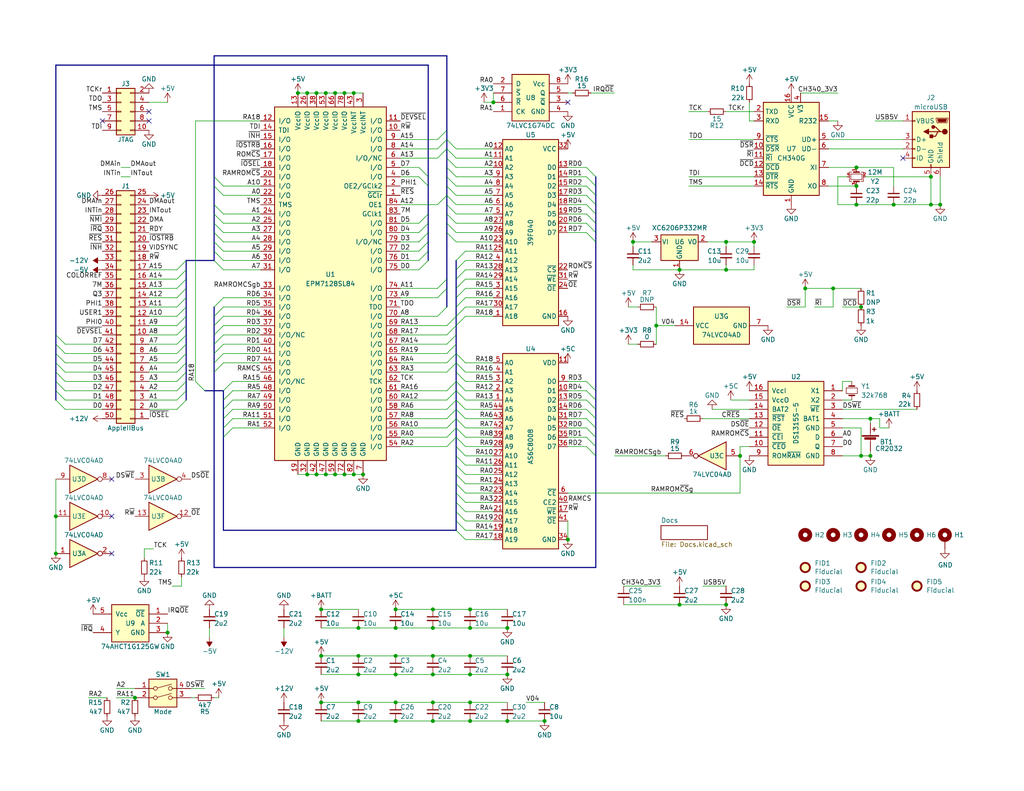
<source format=kicad_sch>
(kicad_sch (version 20230121) (generator eeschema)
  (paper "USLetter")
  (title_block (title "Time Machine") (date "2019-10-13") (rev "0.9") (company "Garrett's Workshop"))
  (junction (at 233.68 55.88))
  (junction (at 254 48.26))
  (junction (at 185.42 73.66))
  (junction (at 107.95 184.15))
  (junction (at 233.68 45.72))
  (junction (at 198.12 66.04))
  (junction (at 83.82 25.4))
  (junction (at 128.27 184.15))
  (junction (at 179.07 88.9))
  (junction (at 97.79 191.77))
  (junction (at 234.95 83.82))
  (junction (at 205.74 66.04))
  (junction (at 138.43 196.85))
  (junction (at 86.36 129.54))
  (junction (at 256.54 55.88))
  (junction (at 87.63 191.77))
  (junction (at 91.44 25.4))
  (junction (at 237.49 124.46))
  (junction (at 185.42 165.1))
  (junction (at 134.62 27.94))
  (junction (at 237.49 114.3))
  (junction (at 233.68 50.8))
  (junction (at 118.11 179.07))
  (junction (at 83.82 129.54))
  (junction (at 128.27 171.45))
  (junction (at 81.28 25.4))
  (junction (at 138.43 171.45))
  (junction (at 198.12 165.1))
  (junction (at 93.98 25.4))
  (junction (at 128.27 179.07))
  (junction (at 15.24 140.97))
  (junction (at 201.93 124.46))
  (junction (at 107.95 166.37))
  (junction (at 107.95 171.45))
  (junction (at 118.11 166.37))
  (junction (at 87.63 179.07))
  (junction (at 128.27 196.85))
  (junction (at 88.9 129.54))
  (junction (at 36.83 190.5))
  (junction (at 91.44 129.54))
  (junction (at 88.9 25.4))
  (junction (at 97.79 196.85))
  (junction (at 234.95 124.46))
  (junction (at 107.95 191.77))
  (junction (at 45.72 172.72))
  (junction (at 154.94 147.32))
  (junction (at 97.79 171.45))
  (junction (at 99.06 129.54))
  (junction (at 93.98 129.54))
  (junction (at 243.84 55.88))
  (junction (at 219.71 78.74))
  (junction (at 198.12 73.66))
  (junction (at 227.33 78.74))
  (junction (at 96.52 25.4))
  (junction (at 118.11 184.15))
  (junction (at 96.52 129.54))
  (junction (at 118.11 191.77))
  (junction (at 128.27 166.37))
  (junction (at 128.27 191.77))
  (junction (at 15.24 151.13))
  (junction (at 97.79 184.15))
  (junction (at 138.43 184.15))
  (junction (at 118.11 171.45))
  (junction (at 254 55.88))
  (junction (at 107.95 179.07))
  (junction (at 87.63 166.37))
  (junction (at 172.72 66.04))
  (junction (at 107.95 196.85))
  (junction (at 97.79 179.07))
  (junction (at 118.11 196.85))
  (junction (at 148.59 196.85))
  (junction (at 86.36 25.4))
  (no_connect (at 246.38 43.18))
  (no_connect (at 30.48 130.81))
  (no_connect (at 40.64 30.48))
  (no_connect (at 30.48 140.97))
  (no_connect (at 27.94 33.02))
  (no_connect (at 30.48 151.13))
  (no_connect (at 40.64 33.02))
  (no_connect (at 154.94 27.94))
  (bus_entry (at 60.96 86.36) (size -2.54 2.54))
  (bus_entry (at 48.26 78.74) (size 2.54 -2.54))
  (bus_entry (at 116.84 71.12) (size -2.54 2.54))
  (bus_entry (at 48.26 104.14) (size 2.54 -2.54))
  (bus_entry (at 124.46 96.52) (size 2.54 2.54))
  (bus_entry (at 116.84 60.96) (size -2.54 2.54))
  (bus_entry (at 48.26 111.76) (size 2.54 -2.54))
  (bus_entry (at 58.42 68.58) (size 2.54 2.54))
  (bus_entry (at 58.42 71.12) (size 2.54 2.54))
  (bus_entry (at 124.46 86.36) (size -2.54 2.54))
  (bus_entry (at 162.56 121.92) (size -2.54 -2.54))
  (bus_entry (at 124.46 81.28) (size 2.54 -2.54))
  (bus_entry (at 55.88 106.68) (size -2.54 -2.54))
  (bus_entry (at 162.56 119.38) (size -2.54 -2.54))
  (bus_entry (at 124.46 109.22) (size -2.54 2.54))
  (bus_entry (at 60.96 96.52) (size -2.54 2.54))
  (bus_entry (at 17.78 111.76) (size -2.54 -2.54))
  (bus_entry (at 60.96 119.38) (size 2.54 -2.54))
  (bus_entry (at 121.92 50.8) (size 2.54 2.54))
  (bus_entry (at 124.46 78.74) (size 2.54 -2.54))
  (bus_entry (at 124.46 111.76) (size 2.54 2.54))
  (bus_entry (at 162.56 109.22) (size -2.54 -2.54))
  (bus_entry (at 121.92 78.74) (size -2.54 2.54))
  (bus_entry (at 124.46 83.82) (size 2.54 -2.54))
  (bus_entry (at 121.92 53.34) (size -2.54 2.54))
  (bus_entry (at 162.56 66.04) (size -2.54 -2.54))
  (bus_entry (at 58.42 58.42) (size 2.54 2.54))
  (bus_entry (at 60.96 111.76) (size 2.54 -2.54))
  (bus_entry (at 121.92 58.42) (size 2.54 2.54))
  (bus_entry (at 48.26 76.2) (size 2.54 -2.54))
  (bus_entry (at 124.46 111.76) (size -2.54 2.54))
  (bus_entry (at 124.46 139.7) (size 2.54 2.54))
  (bus_entry (at 60.96 106.68) (size 2.54 -2.54))
  (bus_entry (at 121.92 76.2) (size -2.54 2.54))
  (bus_entry (at 48.26 109.22) (size 2.54 -2.54))
  (bus_entry (at 162.56 48.26) (size -2.54 -2.54))
  (bus_entry (at 60.96 109.22) (size 2.54 -2.54))
  (bus_entry (at 124.46 101.6) (size 2.54 2.54))
  (bus_entry (at 58.42 66.04) (size 2.54 2.54))
  (bus_entry (at 48.26 93.98) (size 2.54 -2.54))
  (bus_entry (at 124.46 88.9) (size 2.54 -2.54))
  (bus_entry (at 121.92 38.1) (size 2.54 2.54))
  (bus_entry (at 124.46 127) (size 2.54 2.54))
  (bus_entry (at 60.96 81.28) (size -2.54 2.54))
  (bus_entry (at 60.96 116.84) (size 2.54 -2.54))
  (bus_entry (at 124.46 132.08) (size 2.54 2.54))
  (bus_entry (at 124.46 116.84) (size 2.54 2.54))
  (bus_entry (at 121.92 38.1) (size -2.54 2.54))
  (bus_entry (at 124.46 134.62) (size 2.54 2.54))
  (bus_entry (at 162.56 50.8) (size -2.54 -2.54))
  (bus_entry (at 162.56 60.96) (size -2.54 -2.54))
  (bus_entry (at 124.46 144.78) (size 2.54 2.54))
  (bus_entry (at 124.46 109.22) (size 2.54 2.54))
  (bus_entry (at 116.84 48.26) (size -2.54 -2.54))
  (bus_entry (at 124.46 76.2) (size 2.54 -2.54))
  (bus_entry (at 58.42 50.8) (size 2.54 2.54))
  (bus_entry (at 124.46 104.14) (size -2.54 2.54))
  (bus_entry (at 162.56 55.88) (size -2.54 -2.54))
  (bus_entry (at 48.26 106.68) (size 2.54 -2.54))
  (bus_entry (at 121.92 45.72) (size 2.54 2.54))
  (bus_entry (at 124.46 71.12) (size 2.54 -2.54))
  (bus_entry (at 124.46 119.38) (size 2.54 2.54))
  (bus_entry (at 124.46 116.84) (size -2.54 2.54))
  (bus_entry (at 48.26 96.52) (size 2.54 -2.54))
  (bus_entry (at 48.26 101.6) (size 2.54 -2.54))
  (bus_entry (at 116.84 50.8) (size -2.54 -2.54))
  (bus_entry (at 124.46 91.44) (size -2.54 2.54))
  (bus_entry (at 60.96 83.82) (size -2.54 2.54))
  (bus_entry (at 48.26 91.44) (size 2.54 -2.54))
  (bus_entry (at 162.56 114.3) (size -2.54 -2.54))
  (bus_entry (at 60.96 91.44) (size -2.54 2.54))
  (bus_entry (at 48.26 99.06) (size 2.54 -2.54))
  (bus_entry (at 58.42 60.96) (size 2.54 2.54))
  (bus_entry (at 121.92 83.82) (size -2.54 2.54))
  (bus_entry (at 121.92 60.96) (size 2.54 2.54))
  (bus_entry (at 48.26 81.28) (size 2.54 -2.54))
  (bus_entry (at 124.46 86.36) (size 2.54 -2.54))
  (bus_entry (at 58.42 48.26) (size 2.54 2.54))
  (bus_entry (at 60.96 93.98) (size -2.54 2.54))
  (bus_entry (at 124.46 88.9) (size -2.54 2.54))
  (bus_entry (at 17.78 109.22) (size -2.54 -2.54))
  (bus_entry (at 124.46 99.06) (size 2.54 2.54))
  (bus_entry (at 162.56 116.84) (size -2.54 -2.54))
  (bus_entry (at 48.26 88.9) (size 2.54 -2.54))
  (bus_entry (at 17.78 99.06) (size -2.54 -2.54))
  (bus_entry (at 48.26 86.36) (size 2.54 -2.54))
  (bus_entry (at 124.46 73.66) (size 2.54 -2.54))
  (bus_entry (at 17.78 104.14) (size -2.54 -2.54))
  (bus_entry (at 124.46 129.54) (size 2.54 2.54))
  (bus_entry (at 124.46 121.92) (size 2.54 2.54))
  (bus_entry (at 162.56 111.76) (size -2.54 -2.54))
  (bus_entry (at 17.78 106.68) (size -2.54 -2.54))
  (bus_entry (at 124.46 124.46) (size 2.54 2.54))
  (bus_entry (at 116.84 58.42) (size -2.54 2.54))
  (bus_entry (at 58.42 55.88) (size 2.54 2.54))
  (bus_entry (at 124.46 114.3) (size 2.54 2.54))
  (bus_entry (at 116.84 63.5) (size -2.54 2.54))
  (bus_entry (at 124.46 93.98) (size -2.54 2.54))
  (bus_entry (at 121.92 40.64) (size 2.54 2.54))
  (bus_entry (at 121.92 48.26) (size 2.54 2.54))
  (bus_entry (at 124.46 142.24) (size 2.54 2.54))
  (bus_entry (at 60.96 114.3) (size 2.54 -2.54))
  (bus_entry (at 124.46 106.68) (size -2.54 2.54))
  (bus_entry (at 121.92 43.18) (size 2.54 2.54))
  (bus_entry (at 124.46 96.52) (size -2.54 2.54))
  (bus_entry (at 162.56 63.5) (size -2.54 -2.54))
  (bus_entry (at 121.92 40.64) (size -2.54 2.54))
  (bus_entry (at 124.46 99.06) (size -2.54 2.54))
  (bus_entry (at 60.96 99.06) (size -2.54 2.54))
  (bus_entry (at 58.42 63.5) (size 2.54 2.54))
  (bus_entry (at 124.46 106.68) (size 2.54 2.54))
  (bus_entry (at 17.78 96.52) (size -2.54 -2.54))
  (bus_entry (at 162.56 53.34) (size -2.54 -2.54))
  (bus_entry (at 121.92 53.34) (size 2.54 2.54))
  (bus_entry (at 48.26 73.66) (size 2.54 -2.54))
  (bus_entry (at 124.46 104.14) (size 2.54 2.54))
  (bus_entry (at 162.56 58.42) (size -2.54 -2.54))
  (bus_entry (at 60.96 88.9) (size -2.54 2.54))
  (bus_entry (at 124.46 119.38) (size -2.54 2.54))
  (bus_entry (at 17.78 101.6) (size -2.54 -2.54))
  (bus_entry (at 17.78 93.98) (size -2.54 -2.54))
  (bus_entry (at 116.84 66.04) (size -2.54 2.54))
  (bus_entry (at 121.92 35.56) (size -2.54 2.54))
  (bus_entry (at 162.56 124.46) (size -2.54 -2.54))
  (bus_entry (at 124.46 137.16) (size 2.54 2.54))
  (bus_entry (at 121.92 55.88) (size 2.54 2.54))
  (bus_entry (at 48.26 83.82) (size 2.54 -2.54))
  (bus_entry (at 124.46 114.3) (size -2.54 2.54))
  (bus_entry (at 116.84 68.58) (size -2.54 2.54))
  (bus_entry (at 121.92 63.5) (size 2.54 2.54))
  (bus_entry (at 162.56 106.68) (size -2.54 -2.54))
  (wire (pts (xy 198.12 66.04) (xy 198.12 67.31)))
  (bus (pts (xy 121.92 48.26) (xy 121.92 50.8)))
  (bus (pts (xy 50.8 96.52) (xy 50.8 99.06)))
  (wire (pts (xy 40.64 73.66) (xy 48.26 73.66)))
  (bus (pts (xy 58.42 58.42) (xy 58.42 60.96)))
  (wire (pts (xy 109.22 101.6) (xy 121.92 101.6)))
  (bus (pts (xy 121.92 38.1) (xy 121.92 40.64)))
  (wire (pts (xy 109.22 38.1) (xy 119.38 38.1)))
  (wire (pts (xy 240.03 114.3) (xy 240.03 116.84)))
  (bus (pts (xy 15.24 104.14) (xy 15.24 106.68)))
  (wire (pts (xy 46.99 160.02) (xy 49.53 160.02)))
  (wire (pts (xy 134.62 121.92) (xy 127 121.92)))
  (wire (pts (xy 49.53 160.02) (xy 49.53 157.48)))
  (wire (pts (xy 124.46 43.18) (xy 134.62 43.18)))
  (bus (pts (xy 60.96 106.68) (xy 60.96 109.22)))
  (bus (pts (xy 121.92 45.72) (xy 121.92 48.26)))
  (wire (pts (xy 87.63 184.15) (xy 97.79 184.15)))
  (wire (pts (xy 187.96 30.48) (xy 193.04 30.48)))
  (wire (pts (xy 154.94 106.68) (xy 160.02 106.68)))
  (wire (pts (xy 124.46 66.04) (xy 134.62 66.04)))
  (wire (pts (xy 40.64 101.6) (xy 48.26 101.6)))
  (wire (pts (xy 40.64 78.74) (xy 48.26 78.74)))
  (bus (pts (xy 124.46 91.44) (xy 124.46 93.98)))
  (bus (pts (xy 124.46 96.52) (xy 124.46 99.06)))
  (bus (pts (xy 162.56 109.22) (xy 162.56 111.76)))
  (bus (pts (xy 58.42 48.26) (xy 58.42 50.8)))
  (wire (pts (xy 198.12 66.04) (xy 193.04 66.04)))
  (wire (pts (xy 134.62 99.06) (xy 127 99.06)))
  (wire (pts (xy 40.64 76.2) (xy 48.26 76.2)))
  (wire (pts (xy 134.62 109.22) (xy 127 109.22)))
  (wire (pts (xy 167.64 124.46) (xy 181.61 124.46)))
  (wire (pts (xy 138.43 191.77) (xy 128.27 191.77)))
  (bus (pts (xy 116.84 50.8) (xy 116.84 58.42)))
  (wire (pts (xy 134.62 116.84) (xy 127 116.84)))
  (wire (pts (xy 134.62 127) (xy 127 127)))
  (wire (pts (xy 107.95 184.15) (xy 118.11 184.15)))
  (wire (pts (xy 40.64 93.98) (xy 48.26 93.98)))
  (wire (pts (xy 124.46 55.88) (xy 134.62 55.88)))
  (bus (pts (xy 124.46 137.16) (xy 124.46 139.7)))
  (wire (pts (xy 97.79 179.07) (xy 107.95 179.07)))
  (bus (pts (xy 50.8 83.82) (xy 50.8 86.36)))
  (wire (pts (xy 83.82 129.54) (xy 86.36 129.54)))
  (wire (pts (xy 234.95 116.84) (xy 229.87 116.84)))
  (wire (pts (xy 40.64 106.68) (xy 48.26 106.68)))
  (wire (pts (xy 45.72 170.18) (xy 45.72 172.72)))
  (wire (pts (xy 97.79 171.45) (xy 107.95 171.45)))
  (bus (pts (xy 162.56 106.68) (xy 162.56 109.22)))
  (wire (pts (xy 109.22 68.58) (xy 114.3 68.58)))
  (bus (pts (xy 121.92 40.64) (xy 121.92 43.18)))
  (wire (pts (xy 109.22 96.52) (xy 121.92 96.52)))
  (wire (pts (xy 77.47 171.45) (xy 77.47 173.99)))
  (wire (pts (xy 17.78 93.98) (xy 27.94 93.98)))
  (bus (pts (xy 124.46 129.54) (xy 124.46 132.08)))
  (wire (pts (xy 134.62 104.14) (xy 127 104.14)))
  (wire (pts (xy 24.13 190.5) (xy 29.21 190.5)))
  (wire (pts (xy 86.36 25.4) (xy 88.9 25.4)))
  (wire (pts (xy 109.22 45.72) (xy 114.3 45.72)))
  (bus (pts (xy 121.92 78.74) (xy 121.92 83.82)))
  (bus (pts (xy 162.56 66.04) (xy 162.56 106.68)))
  (wire (pts (xy 109.22 88.9) (xy 121.92 88.9)))
  (bus (pts (xy 58.42 55.88) (xy 58.42 58.42)))
  (wire (pts (xy 187.96 50.8) (xy 205.74 50.8)))
  (wire (pts (xy 109.22 55.88) (xy 119.38 55.88)))
  (wire (pts (xy 179.07 83.82) (xy 179.07 88.9)))
  (bus (pts (xy 124.46 121.92) (xy 124.46 124.46)))
  (wire (pts (xy 226.06 50.8) (xy 233.68 50.8)))
  (wire (pts (xy 227.33 78.74) (xy 227.33 83.82)))
  (wire (pts (xy 128.27 196.85) (xy 138.43 196.85)))
  (bus (pts (xy 116.84 63.5) (xy 116.84 66.04)))
  (wire (pts (xy 97.79 196.85) (xy 107.95 196.85)))
  (wire (pts (xy 237.49 114.3) (xy 237.49 115.57)))
  (wire (pts (xy 154.94 48.26) (xy 160.02 48.26)))
  (wire (pts (xy 179.07 88.9) (xy 184.15 88.9)))
  (wire (pts (xy 58.42 190.5) (xy 59.69 190.5)))
  (wire (pts (xy 198.12 66.04) (xy 205.74 66.04)))
  (wire (pts (xy 205.74 30.48) (xy 198.12 30.48)))
  (bus (pts (xy 58.42 88.9) (xy 58.42 91.44)))
  (wire (pts (xy 228.6 48.26) (xy 228.6 55.88)))
  (wire (pts (xy 237.49 114.3) (xy 240.03 114.3)))
  (bus (pts (xy 58.42 63.5) (xy 58.42 66.04)))
  (bus (pts (xy 50.8 71.12) (xy 58.42 71.12)))
  (wire (pts (xy 60.96 71.12) (xy 71.12 71.12)))
  (bus (pts (xy 121.92 60.96) (xy 121.92 63.5)))
  (wire (pts (xy 60.96 86.36) (xy 71.12 86.36)))
  (wire (pts (xy 128.27 171.45) (xy 138.43 171.45)))
  (wire (pts (xy 205.74 72.39) (xy 205.74 73.66)))
  (wire (pts (xy 237.49 114.3) (xy 229.87 114.3)))
  (bus (pts (xy 58.42 15.24) (xy 121.92 15.24)))
  (bus (pts (xy 58.42 154.94) (xy 162.56 154.94)))
  (wire (pts (xy 154.94 60.96) (xy 160.02 60.96)))
  (wire (pts (xy 109.22 99.06) (xy 121.92 99.06)))
  (wire (pts (xy 118.11 196.85) (xy 128.27 196.85)))
  (wire (pts (xy 96.52 129.54) (xy 99.06 129.54)))
  (bus (pts (xy 50.8 104.14) (xy 50.8 106.68)))
  (wire (pts (xy 40.64 109.22) (xy 48.26 109.22)))
  (bus (pts (xy 124.46 134.62) (xy 124.46 137.16)))
  (wire (pts (xy 109.22 121.92) (xy 121.92 121.92)))
  (wire (pts (xy 71.12 106.68) (xy 63.5 106.68)))
  (wire (pts (xy 109.22 78.74) (xy 119.38 78.74)))
  (wire (pts (xy 154.94 55.88) (xy 160.02 55.88)))
  (bus (pts (xy 60.96 116.84) (xy 60.96 119.38)))
  (bus (pts (xy 121.92 76.2) (xy 121.92 78.74)))
  (wire (pts (xy 33.02 48.26) (xy 35.56 48.26)))
  (wire (pts (xy 134.62 134.62) (xy 127 134.62)))
  (wire (pts (xy 109.22 81.28) (xy 119.38 81.28)))
  (wire (pts (xy 86.36 129.54) (xy 88.9 129.54)))
  (wire (pts (xy 31.75 187.96) (xy 36.83 187.96)))
  (bus (pts (xy 15.24 99.06) (xy 15.24 101.6)))
  (wire (pts (xy 233.68 55.88) (xy 243.84 55.88)))
  (wire (pts (xy 15.24 130.81) (xy 15.24 140.97)))
  (wire (pts (xy 227.33 78.74) (xy 234.95 78.74)))
  (wire (pts (xy 232.41 104.14) (xy 229.87 104.14)))
  (wire (pts (xy 226.06 45.72) (xy 233.68 45.72)))
  (bus (pts (xy 162.56 114.3) (xy 162.56 116.84)))
  (bus (pts (xy 124.46 86.36) (xy 124.46 88.9)))
  (bus (pts (xy 121.92 35.56) (xy 121.92 38.1)))
  (wire (pts (xy 204.47 33.02) (xy 205.74 33.02)))
  (wire (pts (xy 198.12 73.66) (xy 205.74 73.66)))
  (wire (pts (xy 134.62 132.08) (xy 127 132.08)))
  (bus (pts (xy 50.8 86.36) (xy 50.8 88.9)))
  (wire (pts (xy 134.62 124.46) (xy 127 124.46)))
  (wire (pts (xy 171.45 93.98) (xy 173.99 93.98)))
  (bus (pts (xy 58.42 15.24) (xy 58.42 48.26)))
  (wire (pts (xy 218.44 25.4) (xy 228.6 25.4)))
  (wire (pts (xy 60.96 60.96) (xy 71.12 60.96)))
  (wire (pts (xy 205.74 66.04) (xy 205.74 67.31)))
  (wire (pts (xy 185.42 165.1) (xy 198.12 165.1)))
  (wire (pts (xy 40.64 81.28) (xy 48.26 81.28)))
  (bus (pts (xy 116.84 48.26) (xy 116.84 50.8)))
  (wire (pts (xy 124.46 40.64) (xy 134.62 40.64)))
  (wire (pts (xy 33.02 45.72) (xy 35.56 45.72)))
  (wire (pts (xy 254 48.26) (xy 254 55.88)))
  (wire (pts (xy 134.62 71.12) (xy 127 71.12)))
  (wire (pts (xy 229.87 111.76) (xy 250.19 111.76)))
  (bus (pts (xy 60.96 119.38) (xy 60.96 144.78)))
  (wire (pts (xy 154.94 116.84) (xy 160.02 116.84)))
  (bus (pts (xy 162.56 63.5) (xy 162.56 66.04)))
  (bus (pts (xy 116.84 66.04) (xy 116.84 68.58)))
  (wire (pts (xy 180.34 160.02) (xy 170.18 160.02)))
  (wire (pts (xy 109.22 111.76) (xy 121.92 111.76)))
  (bus (pts (xy 50.8 91.44) (xy 50.8 93.98)))
  (bus (pts (xy 50.8 88.9) (xy 50.8 91.44)))
  (wire (pts (xy 226.06 33.02) (xy 228.6 33.02)))
  (bus (pts (xy 121.92 55.88) (xy 121.92 58.42)))
  (bus (pts (xy 162.56 55.88) (xy 162.56 58.42)))
  (wire (pts (xy 128.27 179.07) (xy 138.43 179.07)))
  (wire (pts (xy 109.22 119.38) (xy 121.92 119.38)))
  (wire (pts (xy 53.34 190.5) (xy 52.07 190.5)))
  (bus (pts (xy 162.56 119.38) (xy 162.56 121.92)))
  (wire (pts (xy 97.79 184.15) (xy 107.95 184.15)))
  (wire (pts (xy 60.96 63.5) (xy 71.12 63.5)))
  (wire (pts (xy 93.98 129.54) (xy 96.52 129.54)))
  (bus (pts (xy 15.24 106.68) (xy 15.24 109.22)))
  (bus (pts (xy 55.88 106.68) (xy 60.96 106.68)))
  (wire (pts (xy 201.93 124.46) (xy 201.93 134.62)))
  (wire (pts (xy 40.64 86.36) (xy 48.26 86.36)))
  (wire (pts (xy 134.62 73.66) (xy 127 73.66)))
  (wire (pts (xy 118.11 184.15) (xy 128.27 184.15)))
  (bus (pts (xy 60.96 144.78) (xy 124.46 144.78)))
  (wire (pts (xy 154.94 104.14) (xy 160.02 104.14)))
  (wire (pts (xy 198.12 160.02) (xy 191.77 160.02)))
  (bus (pts (xy 162.56 50.8) (xy 162.56 53.34)))
  (wire (pts (xy 39.37 149.86) (xy 41.91 149.86)))
  (bus (pts (xy 50.8 99.06) (xy 50.8 101.6)))
  (wire (pts (xy 204.47 27.94) (xy 204.47 33.02)))
  (bus (pts (xy 124.46 119.38) (xy 124.46 121.92)))
  (wire (pts (xy 17.78 99.06) (xy 27.94 99.06)))
  (wire (pts (xy 256.54 48.26) (xy 256.54 55.88)))
  (wire (pts (xy 71.12 109.22) (xy 63.5 109.22)))
  (wire (pts (xy 81.28 25.4) (xy 83.82 25.4)))
  (wire (pts (xy 57.15 171.45) (xy 57.15 173.99)))
  (wire (pts (xy 226.06 40.64) (xy 246.38 40.64)))
  (bus (pts (xy 162.56 124.46) (xy 162.56 154.94)))
  (wire (pts (xy 134.62 101.6) (xy 127 101.6)))
  (wire (pts (xy 97.79 179.07) (xy 87.63 179.07)))
  (wire (pts (xy 87.63 196.85) (xy 97.79 196.85)))
  (wire (pts (xy 185.42 73.66) (xy 172.72 73.66)))
  (bus (pts (xy 50.8 101.6) (xy 50.8 104.14)))
  (wire (pts (xy 88.9 129.54) (xy 91.44 129.54)))
  (bus (pts (xy 60.96 109.22) (xy 60.96 111.76)))
  (bus (pts (xy 121.92 15.24) (xy 121.92 35.56)))
  (wire (pts (xy 171.45 83.82) (xy 173.99 83.82)))
  (wire (pts (xy 40.64 83.82) (xy 48.26 83.82)))
  (wire (pts (xy 228.6 55.88) (xy 233.68 55.88)))
  (wire (pts (xy 214.63 83.82) (xy 219.71 83.82)))
  (wire (pts (xy 109.22 73.66) (xy 114.3 73.66)))
  (wire (pts (xy 88.9 25.4) (xy 91.44 25.4)))
  (wire (pts (xy 60.96 50.8) (xy 71.12 50.8)))
  (wire (pts (xy 132.08 27.94) (xy 134.62 27.94)))
  (wire (pts (xy 172.72 66.04) (xy 177.8 66.04)))
  (wire (pts (xy 107.95 196.85) (xy 118.11 196.85)))
  (wire (pts (xy 134.62 86.36) (xy 127 86.36)))
  (wire (pts (xy 109.22 106.68) (xy 121.92 106.68)))
  (wire (pts (xy 60.96 99.06) (xy 71.12 99.06)))
  (wire (pts (xy 154.94 119.38) (xy 160.02 119.38)))
  (bus (pts (xy 116.84 58.42) (xy 116.84 60.96)))
  (wire (pts (xy 134.62 27.94) (xy 134.62 25.4)))
  (wire (pts (xy 109.22 40.64) (xy 119.38 40.64)))
  (wire (pts (xy 52.07 187.96) (xy 55.88 187.96)))
  (bus (pts (xy 162.56 121.92) (xy 162.56 124.46)))
  (wire (pts (xy 109.22 66.04) (xy 114.3 66.04)))
  (wire (pts (xy 118.11 166.37) (xy 107.95 166.37)))
  (bus (pts (xy 124.46 76.2) (xy 124.46 78.74)))
  (wire (pts (xy 134.62 111.76) (xy 127 111.76)))
  (bus (pts (xy 162.56 48.26) (xy 162.56 50.8)))
  (wire (pts (xy 96.52 25.4) (xy 99.06 25.4)))
  (wire (pts (xy 134.62 83.82) (xy 127 83.82)))
  (wire (pts (xy 60.96 81.28) (xy 71.12 81.28)))
  (wire (pts (xy 134.62 68.58) (xy 127 68.58)))
  (wire (pts (xy 172.72 72.39) (xy 172.72 73.66)))
  (bus (pts (xy 116.84 60.96) (xy 116.84 63.5)))
  (wire (pts (xy 60.96 58.42) (xy 71.12 58.42)))
  (bus (pts (xy 162.56 116.84) (xy 162.56 119.38)))
  (wire (pts (xy 109.22 116.84) (xy 121.92 116.84)))
  (wire (pts (xy 154.94 111.76) (xy 160.02 111.76)))
  (bus (pts (xy 58.42 91.44) (xy 58.42 93.98)))
  (wire (pts (xy 109.22 109.22) (xy 121.92 109.22)))
  (wire (pts (xy 134.62 106.68) (xy 127 106.68)))
  (wire (pts (xy 154.94 134.62) (xy 201.93 134.62)))
  (bus (pts (xy 162.56 53.34) (xy 162.56 55.88)))
  (bus (pts (xy 50.8 71.12) (xy 50.8 73.66)))
  (bus (pts (xy 124.46 83.82) (xy 124.46 86.36)))
  (wire (pts (xy 87.63 171.45) (xy 97.79 171.45)))
  (wire (pts (xy 81.28 129.54) (xy 83.82 129.54)))
  (wire (pts (xy 83.82 25.4) (xy 86.36 25.4)))
  (wire (pts (xy 17.78 104.14) (xy 27.94 104.14)))
  (bus (pts (xy 58.42 66.04) (xy 58.42 68.58)))
  (bus (pts (xy 124.46 78.74) (xy 124.46 81.28)))
  (bus (pts (xy 58.42 50.8) (xy 58.42 55.88)))
  (wire (pts (xy 109.22 48.26) (xy 114.3 48.26)))
  (wire (pts (xy 91.44 25.4) (xy 93.98 25.4)))
  (wire (pts (xy 60.96 68.58) (xy 71.12 68.58)))
  (wire (pts (xy 128.27 191.77) (xy 118.11 191.77)))
  (wire (pts (xy 124.46 53.34) (xy 134.62 53.34)))
  (bus (pts (xy 116.84 68.58) (xy 116.84 71.12)))
  (wire (pts (xy 243.84 45.72) (xy 243.84 50.8)))
  (wire (pts (xy 107.95 191.77) (xy 118.11 191.77)))
  (wire (pts (xy 60.96 73.66) (xy 71.12 73.66)))
  (bus (pts (xy 50.8 81.28) (xy 50.8 83.82)))
  (wire (pts (xy 45.72 27.94) (xy 40.64 27.94)))
  (bus (pts (xy 58.42 101.6) (xy 58.42 154.94)))
  (wire (pts (xy 234.95 124.46) (xy 229.87 124.46)))
  (wire (pts (xy 243.84 55.88) (xy 254 55.88)))
  (wire (pts (xy 71.12 111.76) (xy 63.5 111.76)))
  (wire (pts (xy 138.43 184.15) (xy 128.27 184.15)))
  (wire (pts (xy 236.22 48.26) (xy 254 48.26)))
  (wire (pts (xy 229.87 109.22) (xy 232.41 109.22)))
  (bus (pts (xy 124.46 111.76) (xy 124.46 114.3)))
  (wire (pts (xy 154.94 114.3) (xy 160.02 114.3)))
  (bus (pts (xy 50.8 93.98) (xy 50.8 96.52)))
  (bus (pts (xy 121.92 58.42) (xy 121.92 60.96)))
  (bus (pts (xy 58.42 96.52) (xy 58.42 99.06)))
  (wire (pts (xy 60.96 53.34) (xy 71.12 53.34)))
  (wire (pts (xy 124.46 58.42) (xy 134.62 58.42)))
  (wire (pts (xy 109.22 43.18) (xy 119.38 43.18)))
  (wire (pts (xy 134.62 142.24) (xy 127 142.24)))
  (bus (pts (xy 124.46 116.84) (xy 124.46 119.38)))
  (wire (pts (xy 17.78 111.76) (xy 27.94 111.76)))
  (bus (pts (xy 121.92 43.18) (xy 121.92 45.72)))
  (wire (pts (xy 40.64 99.06) (xy 48.26 99.06)))
  (bus (pts (xy 124.46 109.22) (xy 124.46 111.76)))
  (wire (pts (xy 187.96 48.26) (xy 205.74 48.26)))
  (wire (pts (xy 134.62 78.74) (xy 127 78.74)))
  (wire (pts (xy 143.51 191.77) (xy 148.59 191.77)))
  (wire (pts (xy 118.11 179.07) (xy 128.27 179.07)))
  (bus (pts (xy 124.46 71.12) (xy 124.46 73.66)))
  (wire (pts (xy 201.93 121.92) (xy 201.93 124.46)))
  (bus (pts (xy 124.46 106.68) (xy 124.46 109.22)))
  (wire (pts (xy 17.78 109.22) (xy 27.94 109.22)))
  (wire (pts (xy 71.12 116.84) (xy 63.5 116.84)))
  (wire (pts (xy 109.22 93.98) (xy 121.92 93.98)))
  (wire (pts (xy 154.94 142.24) (xy 154.94 147.32)))
  (bus (pts (xy 124.46 101.6) (xy 124.46 104.14)))
  (wire (pts (xy 240.03 116.84) (xy 242.57 116.84)))
  (wire (pts (xy 161.29 25.4) (xy 167.64 25.4)))
  (wire (pts (xy 138.43 166.37) (xy 128.27 166.37)))
  (wire (pts (xy 124.46 63.5) (xy 134.62 63.5)))
  (wire (pts (xy 154.94 63.5) (xy 160.02 63.5)))
  (wire (pts (xy 60.96 96.52) (xy 71.12 96.52)))
  (bus (pts (xy 60.96 111.76) (xy 60.96 114.3)))
  (wire (pts (xy 109.22 60.96) (xy 114.3 60.96)))
  (bus (pts (xy 124.46 142.24) (xy 124.46 144.78)))
  (wire (pts (xy 40.64 96.52) (xy 48.26 96.52)))
  (wire (pts (xy 71.12 114.3) (xy 63.5 114.3)))
  (wire (pts (xy 109.22 91.44) (xy 121.92 91.44)))
  (wire (pts (xy 60.96 83.82) (xy 71.12 83.82)))
  (wire (pts (xy 204.47 121.92) (xy 201.93 121.92)))
  (wire (pts (xy 134.62 81.28) (xy 127 81.28)))
  (bus (pts (xy 116.84 17.78) (xy 116.84 48.26)))
  (wire (pts (xy 154.94 50.8) (xy 160.02 50.8)))
  (wire (pts (xy 134.62 114.3) (xy 127 114.3)))
  (wire (pts (xy 124.46 48.26) (xy 134.62 48.26)))
  (wire (pts (xy 256.54 55.88) (xy 254 55.88)))
  (wire (pts (xy 134.62 147.32) (xy 127 147.32)))
  (wire (pts (xy 154.94 45.72) (xy 160.02 45.72)))
  (wire (pts (xy 138.43 196.85) (xy 148.59 196.85)))
  (bus (pts (xy 124.46 114.3) (xy 124.46 116.84)))
  (bus (pts (xy 58.42 60.96) (xy 58.42 63.5)))
  (wire (pts (xy 53.34 33.02) (xy 53.34 104.14)))
  (wire (pts (xy 109.22 63.5) (xy 114.3 63.5)))
  (bus (pts (xy 15.24 101.6) (xy 15.24 104.14)))
  (wire (pts (xy 199.39 109.22) (xy 204.47 109.22)))
  (wire (pts (xy 156.21 25.4) (xy 154.94 25.4)))
  (bus (pts (xy 162.56 60.96) (xy 162.56 63.5)))
  (bus (pts (xy 15.24 93.98) (xy 15.24 96.52)))
  (bus (pts (xy 15.24 17.78) (xy 15.24 91.44)))
  (wire (pts (xy 229.87 83.82) (xy 234.95 83.82)))
  (bus (pts (xy 121.92 53.34) (xy 121.92 55.88)))
  (bus (pts (xy 58.42 99.06) (xy 58.42 101.6)))
  (bus (pts (xy 50.8 73.66) (xy 50.8 76.2)))
  (wire (pts (xy 134.62 119.38) (xy 127 119.38)))
  (wire (pts (xy 198.12 72.39) (xy 198.12 73.66)))
  (wire (pts (xy 107.95 191.77) (xy 97.79 191.77)))
  (bus (pts (xy 124.46 132.08) (xy 124.46 134.62)))
  (wire (pts (xy 179.07 88.9) (xy 179.07 93.98)))
  (wire (pts (xy 109.22 71.12) (xy 114.3 71.12)))
  (wire (pts (xy 187.96 38.1) (xy 205.74 38.1)))
  (wire (pts (xy 40.64 104.14) (xy 48.26 104.14)))
  (wire (pts (xy 118.11 171.45) (xy 128.27 171.45)))
  (wire (pts (xy 53.34 33.02) (xy 71.12 33.02)))
  (wire (pts (xy 154.94 58.42) (xy 160.02 58.42)))
  (wire (pts (xy 107.95 179.07) (xy 118.11 179.07)))
  (wire (pts (xy 134.62 144.78) (xy 127 144.78)))
  (wire (pts (xy 124.46 50.8) (xy 134.62 50.8)))
  (bus (pts (xy 121.92 50.8) (xy 121.92 53.34)))
  (wire (pts (xy 154.94 53.34) (xy 160.02 53.34)))
  (wire (pts (xy 31.75 190.5) (xy 36.83 190.5)))
  (bus (pts (xy 124.46 139.7) (xy 124.46 142.24)))
  (wire (pts (xy 109.22 86.36) (xy 119.38 86.36)))
  (wire (pts (xy 93.98 25.4) (xy 96.52 25.4)))
  (wire (pts (xy 17.78 96.52) (xy 27.94 96.52)))
  (wire (pts (xy 39.37 152.4) (xy 39.37 149.86)))
  (wire (pts (xy 71.12 104.14) (xy 63.5 104.14)))
  (wire (pts (xy 40.64 88.9) (xy 48.26 88.9)))
  (wire (pts (xy 229.87 104.14) (xy 229.87 106.68)))
  (wire (pts (xy 17.78 106.68) (xy 27.94 106.68)))
  (bus (pts (xy 121.92 63.5) (xy 121.92 76.2)))
  (bus (pts (xy 124.46 88.9) (xy 124.46 91.44)))
  (wire (pts (xy 91.44 129.54) (xy 93.98 129.54)))
  (wire (pts (xy 234.95 116.84) (xy 234.95 124.46)))
  (bus (pts (xy 124.46 93.98) (xy 124.46 96.52)))
  (wire (pts (xy 134.62 139.7) (xy 127 139.7)))
  (bus (pts (xy 124.46 99.06) (xy 124.46 101.6)))
  (bus (pts (xy 15.24 17.78) (xy 116.84 17.78)))
  (wire (pts (xy 107.95 171.45) (xy 118.11 171.45)))
  (bus (pts (xy 162.56 58.42) (xy 162.56 60.96)))
  (wire (pts (xy 191.77 114.3) (xy 204.47 114.3)))
  (wire (pts (xy 87.63 191.77) (xy 97.79 191.77)))
  (bus (pts (xy 15.24 96.52) (xy 15.24 99.06)))
  (bus (pts (xy 50.8 78.74) (xy 50.8 81.28)))
  (wire (pts (xy 60.96 88.9) (xy 71.12 88.9)))
  (wire (pts (xy 17.78 101.6) (xy 27.94 101.6)))
  (wire (pts (xy 128.27 166.37) (xy 118.11 166.37)))
  (wire (pts (xy 185.42 73.66) (xy 198.12 73.66)))
  (wire (pts (xy 172.72 66.04) (xy 172.72 67.31)))
  (bus (pts (xy 124.46 81.28) (xy 124.46 83.82)))
  (wire (pts (xy 194.31 111.76) (xy 204.47 111.76)))
  (wire (pts (xy 124.46 45.72) (xy 134.62 45.72)))
  (wire (pts (xy 228.6 48.26) (xy 231.14 48.26)))
  (bus (pts (xy 58.42 68.58) (xy 58.42 71.12)))
  (wire (pts (xy 60.96 66.04) (xy 71.12 66.04)))
  (wire (pts (xy 60.96 91.44) (xy 71.12 91.44)))
  (wire (pts (xy 226.06 38.1) (xy 246.38 38.1)))
  (wire (pts (xy 238.76 33.02) (xy 246.38 33.02)))
  (wire (pts (xy 237.49 123.19) (xy 237.49 124.46)))
  (wire (pts (xy 219.71 78.74) (xy 227.33 78.74)))
  (wire (pts (xy 219.71 78.74) (xy 219.71 83.82)))
  (bus (pts (xy 162.56 111.76) (xy 162.56 114.3)))
  (bus (pts (xy 124.46 104.14) (xy 124.46 106.68)))
  (wire (pts (xy 15.24 151.13) (xy 15.24 140.97)))
  (wire (pts (xy 134.62 137.16) (xy 127 137.16)))
  (wire (pts (xy 109.22 114.3) (xy 121.92 114.3)))
  (bus (pts (xy 124.46 127) (xy 124.46 129.54)))
  (wire (pts (xy 154.94 109.22) (xy 160.02 109.22)))
  (wire (pts (xy 233.68 45.72) (xy 243.84 45.72)))
  (wire (pts (xy 237.49 124.46) (xy 234.95 124.46)))
  (bus (pts (xy 60.96 114.3) (xy 60.96 116.84)))
  (wire (pts (xy 40.64 91.44) (xy 48.26 91.44)))
  (wire (pts (xy 154.94 121.92) (xy 160.02 121.92)))
  (bus (pts (xy 58.42 93.98) (xy 58.42 96.52)))
  (bus (pts (xy 15.24 91.44) (xy 15.24 93.98)))
  (bus (pts (xy 50.8 106.68) (xy 50.8 109.22)))
  (bus (pts (xy 124.46 124.46) (xy 124.46 127)))
  (bus (pts (xy 58.42 86.36) (xy 58.42 88.9)))
  (bus (pts (xy 124.46 73.66) (xy 124.46 76.2)))
  (wire (pts (xy 124.46 60.96) (xy 134.62 60.96)))
  (wire (pts (xy 40.64 111.76) (xy 48.26 111.76)))
  (bus (pts (xy 58.42 83.82) (xy 58.42 86.36)))
  (wire (pts (xy 60.96 93.98) (xy 71.12 93.98)))
  (bus (pts (xy 50.8 76.2) (xy 50.8 78.74)))
  (wire (pts (xy 134.62 76.2) (xy 127 76.2)))
  (wire (pts (xy 97.79 166.37) (xy 87.63 166.37)))
  (wire (pts (xy 222.25 83.82) (xy 227.33 83.82)))
  (wire (pts (xy 134.62 129.54) (xy 127 129.54)))
  (wire (pts (xy 170.18 165.1) (xy 185.42 165.1)))
  (label "~{IRQ}" (at 27.94 63.5 180))
  (label "RAMROM~{CS}g" (at 189.23 134.62 180))
  (label "RA0" (at 134.62 129.54 180))
  (label "RAMCS" (at 154.94 137.16 0))
  (label "RA18" (at 134.62 86.36 180))
  (label "RA8" (at 109.22 114.3 0))
  (label "CH340_3V3" (at 180.34 160.02 180))
  (label "RA13" (at 109.22 88.9 0))
  (label "RA12" (at 134.62 106.68 180))
  (label "D1" (at 109.22 71.12 0))
  (label "RAMROM~{CS}" (at 204.47 119.38 180))
  (label "RD5" (at 154.94 109.22 0))
  (label "A10" (at 40.64 86.36 0))
  (label "TMS" (at 27.94 30.48 180))
  (label "RA18" (at 71.12 33.02 180))
  (label "INTout" (at 40.64 58.42 0))
  (label "TDO" (at 187.96 38.1 0))
  (label "~{IOSEL}" (at 71.12 45.72 180))
  (label "~{RES}" (at 186.69 114.3 180))
  (label "DS~{WE}" (at 229.87 111.76 0))
  (label "RA14" (at 109.22 93.98 0))
  (label "A9" (at 40.64 88.9 0))
  (label "A15" (at 40.64 73.66 0))
  (label "A1" (at 134.62 43.18 180))
  (label "~{RI}" (at 205.74 43.18 180))
  (label "D6" (at 27.94 96.52 180))
  (label "RD3" (at 154.94 104.14 0))
  (label "PHI1" (at 109.22 50.8 0))
  (label "RD0" (at 71.12 96.52 180))
  (label "~{INH}" (at 27.94 68.58 180))
  (label "RD5" (at 154.94 58.42 0))
  (label "RA13" (at 134.62 109.22 180))
  (label "A4" (at 71.12 66.04 180))
  (label "PHI1" (at 27.94 83.82 180))
  (label "TCK" (at 109.22 104.14 0))
  (label "RA14" (at 134.62 76.2 180))
  (label "RA4" (at 109.22 99.06 0))
  (label "RA1" (at 134.62 30.48 180))
  (label "DMAout" (at 40.64 55.88 0))
  (label "RA10" (at 109.22 116.84 0))
  (label "A5" (at 40.64 99.06 0))
  (label "C~{RES}" (at 196.85 114.3 0))
  (label "RD0" (at 154.94 45.72 0))
  (label "PHI0" (at 27.94 88.9 180))
  (label "ROM~{CS}" (at 71.12 43.18 180))
  (label "A11" (at 109.22 78.74 0))
  (label "D7" (at 109.22 45.72 0))
  (label "RD2" (at 71.12 91.44 180))
  (label "RD7" (at 154.94 63.5 0))
  (label "A13" (at 40.64 78.74 0))
  (label "A2" (at 31.75 187.96 0))
  (label "RA2" (at 134.62 134.62 180))
  (label "RA3" (at 109.22 101.6 0))
  (label "VIDSYNC" (at 40.64 68.58 0))
  (label "A3" (at 71.12 63.5 180))
  (label "~{DSR}" (at 205.74 40.64 180))
  (label "RA12" (at 109.22 109.22 0))
  (label "RA15" (at 134.62 78.74 180))
  (label "TDO" (at 109.22 83.82 0))
  (label "TCK" (at 41.91 149.86 0))
  (label "D0" (at 229.87 121.92 0))
  (label "DMAin" (at 33.02 45.72 180))
  (label "A3" (at 134.62 48.26 180))
  (label "~{DCD}" (at 229.87 83.82 0))
  (label "D5" (at 27.94 99.06 180))
  (label "A13" (at 109.22 43.18 0))
  (label "RD1" (at 154.94 119.38 0))
  (label "D4" (at 109.22 63.5 0))
  (label "RD4" (at 154.94 55.88 0))
  (label "RA19" (at 109.22 96.52 0))
  (label "D1" (at 27.94 109.22 180))
  (label "D6" (at 109.22 48.26 0))
  (label "A0" (at 229.87 119.38 0))
  (label "~{NMI}" (at 27.94 60.96 180))
  (label "A10" (at 134.62 66.04 180))
  (label "RA0" (at 134.62 22.86 180))
  (label "TDI" (at 187.96 48.26 0))
  (label "TDO" (at 27.94 27.94 180))
  (label "D2" (at 27.94 106.68 180))
  (label "RA5" (at 134.62 111.76 180))
  (label "A7" (at 40.64 93.98 0))
  (label "A0" (at 40.64 111.76 0))
  (label "R~{W}" (at 40.64 71.12 0))
  (label "DMA" (at 40.64 60.96 0))
  (label "RAMROMCSgb" (at 167.64 124.46 0))
  (label "R~{W}" (at 154.94 76.2 0))
  (label "TCK" (at 187.96 30.48 0))
  (label "RA7" (at 134.62 116.84 180))
  (label "RA0" (at 109.22 119.38 0))
  (label "A8" (at 134.62 60.96 180))
  (label "RA1" (at 134.62 132.08 180))
  (label "RA6" (at 109.22 111.76 0))
  (label "IRQ~{OE}" (at 167.64 25.4 180))
  (label "RD3" (at 71.12 88.9 180))
  (label "DMAout" (at 35.56 45.72 0))
  (label "RD6" (at 154.94 111.76 0))
  (label "IRQ~{OE}" (at 45.72 167.64 0))
  (label "INTin" (at 27.94 58.42 180))
  (label "RAMROM~{CS}" (at 71.12 48.26 180))
  (label "Q3" (at 27.94 81.28 180))
  (label "D0" (at 109.22 73.66 0))
  (label "A8" (at 40.64 91.44 0))
  (label "~{DEVSEL}" (at 27.94 91.44 180))
  (label "RA16" (at 134.62 101.6 180))
  (label "CH340_3V3" (at 228.6 25.4 180))
  (label "RD0" (at 154.94 116.84 0))
  (label "A6" (at 71.12 71.12 180))
  (label "~{INH}" (at 71.12 38.1 180))
  (label "DMAin" (at 27.94 55.88 180))
  (label "DS~{OE}" (at 52.07 130.81 0))
  (label "~{IRQ}" (at 25.4 172.72 180))
  (label "D4" (at 27.94 101.6 180))
  (label "~{DCD}" (at 205.74 45.72 180))
  (label "A5" (at 134.62 53.34 180))
  (label "RA16" (at 134.62 81.28 180))
  (label "RD5" (at 71.12 83.82 180))
  (label "A14" (at 109.22 40.64 0))
  (label "RD7" (at 71.12 99.06 180))
  (label "COLORREF" (at 27.94 76.2 180))
  (label "USB5V" (at 238.76 33.02 0))
  (label "A9" (at 134.62 63.5 180))
  (label "V04" (at 143.51 191.77 0))
  (label "RD3" (at 154.94 53.34 0))
  (label "A7" (at 134.62 58.42 180))
  (label "RA11" (at 31.75 190.5 0))
  (label "RA19" (at 134.62 142.24 180))
  (label "INTout" (at 35.56 48.26 0))
  (label "RD4" (at 71.12 86.36 180))
  (label "A2" (at 40.64 106.68 0))
  (label "RA2" (at 109.22 121.92 0))
  (label "RA16" (at 109.22 106.68 0))
  (label "D7" (at 27.94 93.98 180))
  (label "RA15" (at 134.62 104.14 180))
  (label "RD6" (at 71.12 81.28 180))
  (label "RA13" (at 134.62 73.66 180))
  (label "RD4" (at 154.94 106.68 0))
  (label "A11" (at 40.64 83.82 0))
  (label "RA11" (at 71.12 114.3 180))
  (label "RA7" (at 71.12 109.22 180))
  (label "TCKr" (at 203.2 30.48 180))
  (label "USB5V" (at 191.77 160.02 0))
  (label "7M" (at 27.94 78.74 180))
  (label "TMS" (at 46.99 160.02 180))
  (label "TMS" (at 71.12 55.88 180))
  (label "R~{W}" (at 36.83 140.97 180))
  (label "~{RES}" (at 27.94 66.04 180))
  (label "RA14" (at 134.62 144.78 180))
  (label "RA5" (at 71.12 106.68 180))
  (label "~{RI}" (at 222.25 83.82 0))
  (label "V04" (at 184.15 88.9 180))
  (label "~{OE}" (at 154.94 78.74 0))
  (label "RA9" (at 134.62 121.92 180))
  (label "RA17" (at 134.62 83.82 180))
  (label "~{IOSEL}" (at 40.64 114.3 0))
  (label "A12" (at 40.64 81.28 0))
  (label "USER1" (at 27.94 86.36 180))
  (label "DS~{WE}" (at 55.88 187.96 180))
  (label "D3" (at 27.94 104.14 180))
  (label "D3" (at 109.22 66.04 0))
  (label "R~{W}" (at 109.22 35.56 0))
  (label "RA3" (at 134.62 137.16 180))
  (label "ROM~{CS}" (at 154.94 73.66 0))
  (label "TDI" (at 71.12 35.56 180))
  (label "RA2" (at 24.13 190.5 0))
  (label "A12" (at 109.22 55.88 0))
  (label "~{RES}" (at 109.22 53.34 0))
  (label "TCKr" (at 27.94 25.4 180))
  (label "A6" (at 40.64 96.52 0))
  (label "A15" (at 109.22 38.1 0))
  (label "D2" (at 109.22 68.58 0))
  (label "A9" (at 109.22 81.28 0))
  (label "RD1" (at 71.12 93.98 180))
  (label "A1" (at 40.64 109.22 0))
  (label "RA11" (at 134.62 127 180))
  (label "~{IOSTRB}" (at 40.64 66.04 0))
  (label "TDI" (at 27.94 35.56 180))
  (label "A0" (at 134.62 40.64 180))
  (label "RA1" (at 71.12 116.84 180))
  (label "A1" (at 71.12 58.42 180))
  (label "RD2" (at 154.94 50.8 0))
  (label "RA15" (at 71.12 104.14 180))
  (label "A8" (at 109.22 86.36 0))
  (label "RA18" (at 53.34 104.14 90))
  (label "RA12" (at 134.62 71.12 180))
  (label "RA8" (at 134.62 119.38 180))
  (label "RAMCS" (at 71.12 101.6 180))
  (label "A3" (at 40.64 104.14 0))
  (label "DS~{OE}" (at 204.47 116.84 180))
  (label "RDY" (at 40.64 63.5 0))
  (label "~{DSR}" (at 214.63 83.82 0))
  (label "DS~{WE}" (at 36.83 130.81 180))
  (label "TMS" (at 187.96 50.8 0))
  (label "RD6" (at 154.94 60.96 0))
  (label "RA17" (at 109.22 91.44 0))
  (label "RD2" (at 154.94 121.92 0))
  (label "7M" (at 109.22 58.42 0))
  (label "D5" (at 109.22 60.96 0))
  (label "RA6" (at 134.62 114.3 180))
  (label "A5" (at 71.12 68.58 180))
  (label "RA17" (at 134.62 147.32 180))
  (label "A2" (at 134.62 45.72 180))
  (label "~{DEVSEL}" (at 109.22 33.02 0))
  (label "A2" (at 71.12 60.96 180))
  (label "RA18" (at 134.62 99.06 180))
  (label "D0" (at 27.94 111.76 180))
  (label "A4" (at 40.64 101.6 0))
  (label "R~{W}" (at 154.94 139.7 0))
  (label "RA9" (at 71.12 111.76 180))
  (label "A14" (at 40.64 76.2 0))
  (label "~{IOSTRB}" (at 71.12 40.64 180))
  (label "A0" (at 71.12 53.34 180))
  (label "INTin" (at 33.02 48.26 180))
  (label "A10" (at 71.12 50.8 180))
  (label "RD1" (at 154.94 48.26 0))
  (label "RD7" (at 154.94 114.3 0))
  (label "RA4" (at 134.62 139.7 180))
  (label "A6" (at 134.62 55.88 180))
  (label "A7" (at 71.12 73.66 180))
  (label "~{OE}" (at 52.07 140.97 0))
  (label "RAMROMCSgb" (at 71.12 78.74 180))
  (label "RA10" (at 134.62 124.46 180))
  (label "RA11" (at 134.62 68.58 180))
  (label "A4" (at 134.62 50.8 180))
  (symbol (lib_id "GW_PLD:EPM7128SL84") (at 90.17 76.2 0) (unit 1)
    (property "Reference" "U1" (at 90.17 74.93 0))
    (property "Value" "EPM7128SL84" (at 90.17 77.47 0))
    (property "Footprint" "stdpads:PLCC-84" (effects hide))
  )
  (symbol (lib_id "Mechanical:MountingHole") (at 234.95 146.05 0) (unit 1)
    (property "Reference" "H4" (at 237.49 146.05 0) (effects (justify left)))
    (property "Value" " " (at 237.49 147.066 0) (effects (justify left)))
    (property "Footprint" "stdpads:PasteHole_1.152mm_NPTH" (effects hide))
  )
  (symbol (lib_id "Mechanical:MountingHole") (at 242.57 146.05 0) (unit 1)
    (property "Reference" "H5" (at 245.11 146.05 0) (effects (justify left)))
    (property "Value" " " (at 245.11 147.066 0) (effects (justify left)))
    (property "Footprint" "stdpads:PasteHole_1.152mm_NPTH" (effects hide))
  )
  (symbol (lib_id "Mechanical:Fiducial") (at 250.19 160.02 0) (unit 1)
    (property "Reference" "FID5" (at 252.73 158.8516 0) (effects (justify left)))
    (property "Value" "Fiducial" (at 252.73 161.163 0) (effects (justify left)))
    (property "Footprint" "stdpads:Fiducial" (effects hide))
  )
  (symbol (lib_id "Connector_Generic:Conn_02x25_Counter_Clockwise") (at 35.56 83.82 180) (unit 1)
    (property "Reference" "J1" (at 34.29 50.8 0))
    (property "Value" "AppleIIBus" (at 34.29 116.84 0))
    (property "Footprint" "stdpads:AppleIIBus_Edge" (effects hide))
  )
  (symbol (lib_id "power:-12V") (at 27.94 71.12 90) (unit 1)
    (property "Reference" "#PWR0102" (effects hide))
    (property "Value" "-12V" (at 24.13 71.12 90) (effects (justify left)))
  )
  (symbol (lib_id "power:-5V") (at 27.94 73.66 90) (unit 1)
    (property "Reference" "#PWR0101" (effects hide))
    (property "Value" "-5V" (at 24.13 73.66 90) (effects (justify left)))
  )
  (symbol (lib_id "power:+12V") (at 27.94 114.3 90) (unit 1)
    (property "Reference" "#PWR0103" (effects hide))
    (property "Value" "+12V" (at 24.13 114.3 90) (effects (justify left)))
  )
  (symbol (lib_id "power:GND") (at 27.94 53.34 270) (mirror x) (unit 1)
    (property "Reference" "#PWR0108" (effects hide))
    (property "Value" "GND" (at 22.86 53.34 90))
  )
  (symbol (lib_id "power:+5V") (at 40.64 53.34 270) (unit 1)
    (property "Reference" "#PWR0109" (effects hide))
    (property "Value" "+5V" (at 45.72 53.34 90))
  )
  (symbol (lib_id "Device:C_Small") (at 57.15 168.91 0) (unit 1)
    (property "Reference" "C19" (at 58.42 167.64 0) (effects (justify left)))
    (property "Value" "2u2" (at 58.42 170.18 0) (effects (justify left)))
    (property "Footprint" "stdpads:C_0805" (effects hide))
  )
  (symbol (lib_id "power:-5V") (at 57.15 173.99 0) (mirror x) (unit 1)
    (property "Reference" "#PWR0112" (effects hide))
    (property "Value" "-5V" (at 57.15 177.8 0))
  )
  (symbol (lib_id "Device:C_Small") (at 97.79 194.31 0) (unit 1)
    (property "Reference" "C9" (at 99.06 193.04 0) (effects (justify left)))
    (property "Value" "2u2" (at 99.06 195.58 0) (effects (justify left)))
    (property "Footprint" "stdpads:C_0805" (effects hide))
  )
  (symbol (lib_id "Device:C_Small") (at 87.63 181.61 0) (unit 1)
    (property "Reference" "C1" (at 88.9 180.34 0) (effects (justify left)))
    (property "Value" "2u2" (at 88.9 182.88 0) (effects (justify left)))
    (property "Footprint" "stdpads:C_0805" (effects hide))
  )
  (symbol (lib_id "Device:C_Small") (at 138.43 181.61 0) (unit 1)
    (property "Reference" "C6" (at 139.7 180.34 0) (effects (justify left)))
    (property "Value" "2u2" (at 139.7 182.88 0) (effects (justify left)))
    (property "Footprint" "stdpads:C_0805" (effects hide))
  )
  (symbol (lib_id "Device:C_Small") (at 107.95 181.61 0) (unit 1)
    (property "Reference" "C3" (at 109.22 180.34 0) (effects (justify left)))
    (property "Value" "2u2" (at 109.22 182.88 0) (effects (justify left)))
    (property "Footprint" "stdpads:C_0805" (effects hide))
  )
  (symbol (lib_id "Device:C_Small") (at 97.79 181.61 0) (unit 1)
    (property "Reference" "C2" (at 99.06 180.34 0) (effects (justify left)))
    (property "Value" "2u2" (at 99.06 182.88 0) (effects (justify left)))
    (property "Footprint" "stdpads:C_0805" (effects hide))
  )
  (symbol (lib_id "power:GND") (at 138.43 184.15 0) (unit 1)
    (property "Reference" "#PWR0110" (effects hide))
    (property "Value" "GND" (at 138.43 187.96 0))
  )
  (symbol (lib_id "power:+5V") (at 87.63 191.77 0) (unit 1)
    (property "Reference" "#PWR0111" (effects hide))
    (property "Value" "+5V" (at 87.63 187.96 0))
  )
  (symbol (lib_id "power:GND") (at 57.15 166.37 180) (unit 1)
    (property "Reference" "#PWR0115" (effects hide))
    (property "Value" "GND" (at 57.15 162.56 0))
  )
  (symbol (lib_id "power:GND") (at 148.59 196.85 0) (unit 1)
    (property "Reference" "#PWR0141" (effects hide))
    (property "Value" "GND" (at 148.59 200.66 0))
  )
  (symbol (lib_id "Device:Crystal_Small") (at 232.41 106.68 270) (unit 1)
    (property "Reference" "Y1" (at 234.95 105.41 90) (effects (justify left)))
    (property "Value" "32k768" (at 234.95 107.95 90) (effects (justify left)))
    (property "Footprint" "Crystal:Crystal_C26-LF_D2.1mm_L6.5mm_Horizontal" (effects hide))
  )
  (symbol (lib_id "Device:Battery_Cell") (at 237.49 120.65 0) (unit 1)
    (property "Reference" "BT1" (at 240.03 120.65 0) (effects (justify left)))
    (property "Value" "CR2032" (at 238.76 123.19 0) (effects (justify left bottom)))
    (property "Footprint" "stdpads:Keystone_3034_2032" (effects hide))
  )
  (symbol (lib_id "power:GND") (at 237.49 124.46 0) (mirror y) (unit 1)
    (property "Reference" "#PWR0121" (effects hide))
    (property "Value" "GND" (at 237.49 128.27 0))
  )
  (symbol (lib_id "power:+5V") (at 204.47 106.68 0) (mirror y) (unit 1)
    (property "Reference" "#PWR0117" (effects hide))
    (property "Value" "+5V" (at 204.47 102.87 0))
  )
  (symbol (lib_id "power:+5C") (at 199.39 109.22 0) (mirror y) (unit 1)
    (property "Reference" "#PWR0116" (effects hide))
    (property "Value" "+5C" (at 199.39 105.41 0))
  )
  (symbol (lib_id "power:GND") (at 194.31 111.76 0) (mirror x) (unit 1)
    (property "Reference" "#PWR0123" (effects hide))
    (property "Value" "GND" (at 194.31 107.95 0))
  )
  (symbol (lib_id "power:GND") (at 204.47 124.46 0) (mirror y) (unit 1)
    (property "Reference" "#PWR0114" (effects hide))
    (property "Value" "GND" (at 204.47 128.27 0))
  )
  (symbol (lib_id "power:+BATT") (at 242.57 116.84 0) (mirror y) (unit 1)
    (property "Reference" "#PWR0119" (effects hide))
    (property "Value" "+BATT" (at 242.57 113.03 0))
  )
  (symbol (lib_id "Device:R_Small") (at 250.19 109.22 0) (mirror x) (unit 1)
    (property "Reference" "R4" (at 248.6914 108.0516 0) (effects (justify right)))
    (property "Value" "22k" (at 248.6914 110.363 0) (effects (justify right)))
    (property "Footprint" "stdpads:R_0805" (effects hide))
  )
  (symbol (lib_id "power:+5V") (at 250.19 106.68 0) (unit 1)
    (property "Reference" "#PWR0131" (effects hide))
    (property "Value" "+5V" (at 250.19 102.87 0))
  )
  (symbol (lib_id "74xx:74HC04") (at 22.86 130.81 0) (mirror x) (unit 4)
    (property "Reference" "U3" (at 21.59 130.81 0))
    (property "Value" "74LVC04AD" (at 22.86 125.73 0))
    (property "Footprint" "stdpads:SOIC-14_3.9mm" (effects hide))
    (property "Datasheet" "https://assets.nexperia.com/documents/data-sheet/74HC_HCT04.pdf" (effects hide))
  )
  (symbol (lib_id "Device:C_Small") (at 107.95 194.31 0) (unit 1)
    (property "Reference" "C26" (at 109.22 193.04 0) (effects (justify left)))
    (property "Value" "2u2" (at 109.22 195.58 0) (effects (justify left)))
    (property "Footprint" "stdpads:C_0805" (effects hide))
  )
  (symbol (lib_id "Device:C_Small") (at 87.63 168.91 0) (unit 1)
    (property "Reference" "C12" (at 88.9 167.64 0) (effects (justify left)))
    (property "Value" "10u" (at 88.9 170.18 0) (effects (justify left)))
    (property "Footprint" "stdpads:C_0805" (effects hide))
  )
  (symbol (lib_id "power:+BATT") (at 87.63 166.37 0) (unit 1)
    (property "Reference" "#PWR0129" (effects hide))
    (property "Value" "+BATT" (at 87.63 162.56 0))
  )
  (symbol (lib_id "power:+5C") (at 107.95 166.37 0) (unit 1)
    (property "Reference" "#PWR0137" (effects hide))
    (property "Value" "+5C" (at 107.95 162.56 0))
  )
  (symbol (lib_id "Device:C_Small") (at 107.95 168.91 0) (unit 1)
    (property "Reference" "C14" (at 109.22 167.64 0) (effects (justify left)))
    (property "Value" "10u" (at 109.22 170.18 0) (effects (justify left)))
    (property "Footprint" "stdpads:C_0805" (effects hide))
  )
  (symbol (lib_id "power:GND") (at 138.43 171.45 0) (unit 1)
    (property "Reference" "#PWR0138" (effects hide))
    (property "Value" "GND" (at 138.43 175.26 0))
  )
  (symbol (lib_id "Device:C_Small") (at 118.11 168.91 0) (unit 1)
    (property "Reference" "C15" (at 119.38 167.64 0) (effects (justify left)))
    (property "Value" "10u" (at 119.38 170.18 0) (effects (justify left)))
    (property "Footprint" "stdpads:C_0805" (effects hide))
  )
  (symbol (lib_id "Device:C_Small") (at 128.27 168.91 0) (unit 1)
    (property "Reference" "C16" (at 129.54 167.64 0) (effects (justify left)))
    (property "Value" "10u" (at 129.54 170.18 0) (effects (justify left)))
    (property "Footprint" "stdpads:C_0805" (effects hide))
  )
  (symbol (lib_id "power:+5C") (at 154.94 99.06 0) (unit 1)
    (property "Reference" "#PWR0105" (effects hide))
    (property "Value" "+5C" (at 154.94 95.25 0))
  )
  (symbol (lib_id "power:GND") (at 154.94 147.32 0) (unit 1)
    (property "Reference" "#PWR0106" (effects hide))
    (property "Value" "GND" (at 154.94 151.13 0))
  )
  (symbol (lib_id "GW_RAM:SRAM-1Mx8-TSOP2-44") (at 144.78 123.19 0) (unit 1)
    (property "Reference" "U4" (at 144.78 95.25 0))
    (property "Value" "AS6C8008" (at 144.78 121.92 90))
    (property "Footprint" "stdpads:TSOP-II-44_400mil_P0.8mm" (effects hide))
    (property "Datasheet" "https://www.alliancememory.com/wp-content/uploads/pdf/AS6C8008.pdf" (effects hide))
  )
  (symbol (lib_id "power:GND") (at 77.47 166.37 180) (unit 1)
    (property "Reference" "#PWR0139" (effects hide))
    (property "Value" "GND" (at 77.47 162.56 0))
  )
  (symbol (lib_id "GW_RAM:Flash-512Kx8-PLCC-32") (at 144.78 63.5 0) (unit 1)
    (property "Reference" "U5" (at 144.78 36.83 0))
    (property "Value" "39F040" (at 144.78 63.5 90))
    (property "Footprint" "stdpads:PLCC-32_SMDSocket" (effects hide))
    (property "Datasheet" "http://ww1.microchip.com/downloads/en/DeviceDoc/25022B.pdf" (effects hide))
  )
  (symbol (lib_id "power:GND") (at 154.94 86.36 0) (unit 1)
    (property "Reference" "#PWR0107" (effects hide))
    (property "Value" "GND" (at 154.94 90.17 0))
  )
  (symbol (lib_id "power:+5V") (at 154.94 40.64 0) (unit 1)
    (property "Reference" "#PWR0113" (effects hide))
    (property "Value" "+5V" (at 154.94 36.83 0))
  )
  (symbol (lib_id "GW_Digital:DS1315") (at 217.17 115.57 0) (mirror y) (unit 1)
    (property "Reference" "U2" (at 217.17 102.87 0))
    (property "Value" "DS1315S-5" (at 217.17 115.57 90))
    (property "Footprint" "stdpads:SOIC-16_7.5mm" (effects hide))
  )
  (symbol (lib_id "power:GND") (at 77.47 196.85 0) (unit 1)
    (property "Reference" "#PWR0140" (effects hide))
    (property "Value" "GND" (at 77.47 200.66 0))
  )
  (symbol (lib_id "Device:R_Small") (at 189.23 114.3 270) (unit 1)
    (property "Reference" "R6" (at 189.23 110.49 90))
    (property "Value" "1k" (at 189.23 113.03 90) (effects (justify bottom)))
    (property "Footprint" "stdpads:R_0805" (effects hide))
  )
  (symbol (lib_id "74xx:74HC04") (at 22.86 151.13 0) (mirror x) (unit 1)
    (property "Reference" "U3" (at 21.59 151.13 0))
    (property "Value" "74LVC04AD" (at 22.86 146.05 0))
    (property "Footprint" "stdpads:SOIC-14_3.9mm" (effects hide))
    (property "Datasheet" "https://assets.nexperia.com/documents/data-sheet/74HC_HCT04.pdf" (effects hide))
  )
  (symbol (lib_id "74xx:74HC04") (at 44.45 130.81 0) (mirror x) (unit 2)
    (property "Reference" "U3" (at 43.18 130.81 0))
    (property "Value" "74LVC04AD" (at 44.45 125.73 0))
    (property "Footprint" "stdpads:SOIC-14_3.9mm" (effects hide))
    (property "Datasheet" "https://assets.nexperia.com/documents/data-sheet/74HC_HCT04.pdf" (effects hide))
  )
  (symbol (lib_id "74xx:74HC04") (at 196.85 88.9 90) (unit 7)
    (property "Reference" "U3" (at 196.85 86.36 90))
    (property "Value" "74LVC04AD" (at 196.85 91.44 90))
    (property "Footprint" "stdpads:SOIC-14_3.9mm" (effects hide))
    (property "Datasheet" "https://assets.nexperia.com/documents/data-sheet/74HC_HCT04.pdf" (effects hide))
  )
  (symbol (lib_id "power:+5V") (at 171.45 83.82 0) (unit 1)
    (property "Reference" "#PWR0125" (effects hide))
    (property "Value" "+5V" (at 171.45 80.01 0))
  )
  (symbol (lib_id "power:GND") (at 209.55 88.9 0) (unit 1)
    (property "Reference" "#PWR0126" (effects hide))
    (property "Value" "GND" (at 209.55 92.71 0))
  )
  (symbol (lib_id "74xx:74HC04") (at 44.45 140.97 0) (unit 6)
    (property "Reference" "U3" (at 43.18 140.97 0))
    (property "Value" "74LVC04AD" (at 44.45 135.89 0))
    (property "Footprint" "stdpads:SOIC-14_3.9mm" (effects hide))
    (property "Datasheet" "https://assets.nexperia.com/documents/data-sheet/74HC_HCT04.pdf" (effects hide))
  )
  (symbol (lib_id "74xx:74HC04") (at 22.86 140.97 0) (unit 5)
    (property "Reference" "U3" (at 21.59 140.97 0))
    (property "Value" "74LVC04AD" (at 22.86 135.89 0))
    (property "Footprint" "stdpads:SOIC-14_3.9mm" (effects hide))
    (property "Datasheet" "https://assets.nexperia.com/documents/data-sheet/74HC_HCT04.pdf" (effects hide))
  )
  (symbol (lib_id "power:GND") (at 15.24 151.13 0) (unit 1)
    (property "Reference" "#PWR0130" (effects hide))
    (property "Value" "GND" (at 15.24 154.94 0))
  )
  (symbol (lib_id "74xx:74HC04") (at 194.31 124.46 0) (mirror y) (unit 3)
    (property "Reference" "U3" (at 195.58 124.46 0))
    (property "Value" "74LVC04AD" (at 194.31 129.54 0))
    (property "Footprint" "stdpads:SOIC-14_3.9mm" (effects hide))
    (property "Datasheet" "https://assets.nexperia.com/documents/data-sheet/74HC_HCT04.pdf" (effects hide))
  )
  (symbol (lib_id "Device:C_Small") (at 77.47 194.31 0) (unit 1)
    (property "Reference" "C18" (at 78.74 193.04 0) (effects (justify left)))
    (property "Value" "2u2" (at 78.74 195.58 0) (effects (justify left)))
    (property "Footprint" "stdpads:C_0805" (effects hide))
  )
  (symbol (lib_id "Device:C_Small") (at 77.47 168.91 0) (unit 1)
    (property "Reference" "C21" (at 78.74 167.64 0) (effects (justify left)))
    (property "Value" "2u2" (at 78.74 170.18 0) (effects (justify left)))
    (property "Footprint" "stdpads:C_0805" (effects hide))
  )
  (symbol (lib_id "power:-12V") (at 77.47 173.99 180) (unit 1)
    (property "Reference" "#PWR0127" (effects hide))
    (property "Value" "-12V" (at 77.47 177.8 0))
  )
  (symbol (lib_id "power:+12V") (at 77.47 191.77 0) (unit 1)
    (property "Reference" "#PWR0128" (effects hide))
    (property "Value" "+12V" (at 77.47 187.96 0))
  )
  (symbol (lib_id "power:+5V") (at 87.63 179.07 0) (unit 1)
    (property "Reference" "#PWR0120" (effects hide))
    (property "Value" "+5V" (at 87.63 175.26 0))
  )
  (symbol (lib_id "Device:C_Small") (at 118.11 181.61 0) (unit 1)
    (property "Reference" "C4" (at 119.38 180.34 0) (effects (justify left)))
    (property "Value" "2u2" (at 119.38 182.88 0) (effects (justify left)))
    (property "Footprint" "stdpads:C_0805" (effects hide))
  )
  (symbol (lib_id "Device:C_Small") (at 128.27 181.61 0) (unit 1)
    (property "Reference" "C5" (at 129.54 180.34 0) (effects (justify left)))
    (property "Value" "2u2" (at 129.54 182.88 0) (effects (justify left)))
    (property "Footprint" "stdpads:C_0805" (effects hide))
  )
  (symbol (lib_id "Device:C_Small") (at 87.63 194.31 0) (unit 1)
    (property "Reference" "C7" (at 88.9 193.04 0) (effects (justify left)))
    (property "Value" "2u2" (at 88.9 195.58 0) (effects (justify left)))
    (property "Footprint" "stdpads:C_0805" (effects hide))
  )
  (symbol (lib_id "power:+5V") (at 81.28 25.4 0) (unit 1)
    (property "Reference" "#PWR0135" (effects hide))
    (property "Value" "+5V" (at 81.28 21.59 0))
  )
  (symbol (lib_id "power:GND") (at 99.06 129.54 0) (unit 1)
    (property "Reference" "#PWR0136" (effects hide))
    (property "Value" "GND" (at 99.06 133.35 0))
  )
  (symbol (lib_id "Mechanical:Fiducial") (at 219.71 154.94 0) (unit 1)
    (property "Reference" "FID1" (at 222.25 153.7716 0) (effects (justify left)))
    (property "Value" "Fiducial" (at 222.25 156.083 0) (effects (justify left)))
    (property "Footprint" "stdpads:Fiducial" (effects hide))
  )
  (symbol (lib_id "Mechanical:Fiducial") (at 234.95 154.94 0) (unit 1)
    (property "Reference" "FID2" (at 237.49 153.7716 0) (effects (justify left)))
    (property "Value" "Fiducial" (at 237.49 156.083 0) (effects (justify left)))
    (property "Footprint" "stdpads:Fiducial" (effects hide))
  )
  (symbol (lib_id "Mechanical:Fiducial") (at 219.71 160.02 0) (unit 1)
    (property "Reference" "FID3" (at 222.25 158.8516 0) (effects (justify left)))
    (property "Value" "Fiducial" (at 222.25 161.163 0) (effects (justify left)))
    (property "Footprint" "stdpads:Fiducial" (effects hide))
  )
  (symbol (lib_id "Mechanical:Fiducial") (at 234.95 160.02 0) (unit 1)
    (property "Reference" "FID4" (at 237.49 158.8516 0) (effects (justify left)))
    (property "Value" "Fiducial" (at 237.49 161.163 0) (effects (justify left)))
    (property "Footprint" "stdpads:Fiducial" (effects hide))
  )
  (symbol (lib_id "Mechanical:MountingHole_Pad") (at 257.81 147.32 0) (unit 1)
    (property "Reference" "H1" (at 260.35 146.0246 0) (effects (justify left)))
    (property "Value" " " (at 260.35 148.336 0) (effects (justify left)))
    (property "Footprint" "stdpads:PasteHole_1.1mm_PTH" (effects hide))
  )
  (symbol (lib_id "Mechanical:MountingHole") (at 219.71 146.05 0) (unit 1)
    (property "Reference" "H2" (at 222.25 146.05 0) (effects (justify left)))
    (property "Value" " " (at 222.25 147.066 0) (effects (justify left)))
    (property "Footprint" "stdpads:PasteHole_1.152mm_NPTH" (effects hide))
  )
  (symbol (lib_id "Mechanical:MountingHole") (at 227.33 146.05 0) (unit 1)
    (property "Reference" "H3" (at 229.87 146.05 0) (effects (justify left)))
    (property "Value" " " (at 229.87 147.066 0) (effects (justify left)))
    (property "Footprint" "stdpads:PasteHole_1.152mm_NPTH" (effects hide))
  )
  (symbol (lib_id "power:GND") (at 257.81 149.86 0) (unit 1)
    (property "Reference" "#PWR0132" (effects hide))
    (property "Value" "GND" (at 257.937 154.2542 0))
  )
  (symbol (lib_id "Device:C_Small") (at 148.59 194.31 0) (unit 1)
    (property "Reference" "C8" (at 149.86 193.04 0) (effects (justify left)))
    (property "Value" "10u" (at 149.86 195.58 0) (effects (justify left)))
    (property "Footprint" "stdpads:C_0805" (effects hide))
  )
  (symbol (lib_id "Mechanical:MountingHole") (at 250.19 146.05 0) (unit 1)
    (property "Reference" "H6" (at 252.73 146.05 0) (effects (justify left)))
    (property "Value" " " (at 252.73 147.066 0) (effects (justify left)))
    (property "Footprint" "stdpads:PasteHole_1.152mm_NPTH" (effects hide))
  )
  (symbol (lib_id "Connector:USB_B_Micro") (at 254 38.1 0) (mirror y) (unit 1)
    (property "Reference" "J2" (at 254 26.67 0))
    (property "Value" "microUSB" (at 254 29.21 0))
    (property "Footprint" "stdpads:USB_Micro-B_Amphenol_10118192-0001" (effects hide))
    (property "LCSC Part" "C404969" (effects hide))
  )
  (symbol (lib_id "Device:R_Small") (at 195.58 30.48 270) (mirror x) (unit 1)
    (property "Reference" "R12" (at 195.58 34.29 90))
    (property "Value" "15" (at 195.58 31.75 90) (effects (justify bottom)))
    (property "Footprint" "stdpads:R_0805" (effects hide))
  )
  (symbol (lib_id "power:GND") (at 40.64 25.4 180) (unit 1)
    (property "Reference" "#PWR021" (effects hide))
    (property "Value" "GND" (at 40.64 21.59 0))
  )
  (symbol (lib_id "power:+5V") (at 219.71 78.74 0) (unit 1)
    (property "Reference" "#PWR019" (effects hide))
    (property "Value" "+5V" (at 219.71 74.93 0))
  )
  (symbol (lib_id "Interface_USB:CH340G") (at 215.9 40.64 0) (mirror y) (unit 1)
    (property "Reference" "U7" (at 215.9 40.64 0))
    (property "Value" "CH340G" (at 215.9 43.18 0))
    (property "Footprint" "stdpads:SOIC-16_3.9mm" (effects hide))
    (property "Datasheet" "http://www.datasheet5.com/pdf-local-2195953" (effects hide))
    (property "LCSC Part" "C14267" (effects hide))
  )
  (symbol (lib_id "power:GND") (at 154.94 30.48 0) (mirror y) (unit 1)
    (property "Reference" "#PWR014" (effects hide))
    (property "Value" "GND" (at 154.94 34.29 0))
  )
  (symbol (lib_id "Device:C_Small") (at 138.43 194.31 0) (unit 1)
    (property "Reference" "C30" (at 139.7 193.04 0) (effects (justify left)))
    (property "Value" "2u2" (at 139.7 195.58 0) (effects (justify left)))
    (property "Footprint" "stdpads:C_0805" (effects hide))
  )
  (symbol (lib_id "Device:R_Small") (at 39.37 154.94 0) (mirror y) (unit 1)
    (property "Reference" "R11" (at 40.64 153.67 0) (effects (justify right)))
    (property "Value" "22k" (at 40.64 156.21 0) (effects (justify right)))
    (property "Footprint" "stdpads:R_0805" (effects hide))
    (property "LCSC Part" "C17560" (effects hide))
    (property "Mfg. Part Numbers" "Uniroyal 0805W8F2202T5E" (effects hide))
    (property "Notes" "Any manufacturer's part is acceptable." (effects hide))
  )
  (symbol (lib_id "power:GND") (at 228.6 33.02 0) (mirror y) (unit 1)
    (property "Reference" "#PWR03" (effects hide))
    (property "Value" "GND" (at 228.6 36.83 0))
  )
  (symbol (lib_id "Device:C_Small") (at 170.18 162.56 0) (unit 1)
    (property "Reference" "C25" (at 171.45 161.29 0) (effects (justify left)))
    (property "Value" "100n" (at 171.45 163.83 0) (effects (justify left)))
    (property "Footprint" "stdpads:C_0603" (effects hide))
    (property "LCSC Part" "C28233" (effects hide))
  )
  (symbol (lib_id "Device:C_Small") (at 198.12 162.56 0) (unit 1)
    (property "Reference" "C28" (at 199.39 161.29 0) (effects (justify left)))
    (property "Value" "2u2" (at 199.39 163.83 0) (effects (justify left)))
    (property "Footprint" "stdpads:C_0805" (effects hide))
    (property "LCSC Part" "C23630" (effects hide))
  )
  (symbol (lib_id "Device:C_Small") (at 118.11 194.31 0) (unit 1)
    (property "Reference" "C20" (at 119.38 193.04 0) (effects (justify left)))
    (property "Value" "2u2" (at 119.38 195.58 0) (effects (justify left)))
    (property "Footprint" "stdpads:C_0805" (effects hide))
  )
  (symbol (lib_id "Device:C_Small") (at 243.84 53.34 0) (unit 1)
    (property "Reference" "C24" (at 246.38 52.07 0) (effects (justify left)))
    (property "Value" "22p" (at 246.38 54.61 0) (effects (justify left)))
    (property "Footprint" "stdpads:C_0603" (effects hide))
    (property "LCSC Part" "C1653" (effects hide))
  )
  (symbol (lib_id "power:GND") (at 234.95 88.9 0) (mirror y) (unit 1)
    (property "Reference" "#PWR018" (effects hide))
    (property "Value" "GND" (at 234.95 92.71 0))
  )
  (symbol (lib_id "Regulator_Linear:XC6206PxxxMR") (at 185.42 66.04 0) (unit 1)
    (property "Reference" "U6" (at 185.42 66.04 0))
    (property "Value" "XC6206P332MR" (at 185.42 62.23 0))
    (property "Footprint" "stdpads:SOT-23" (effects hide))
    (property "Datasheet" "https://www.torexsemi.com/file/xc6206/XC6206.pdf" (effects hide))
  )
  (symbol (lib_id "power:GND") (at 39.37 157.48 0) (unit 1)
    (property "Reference" "#PWR08" (effects hide))
    (property "Value" "GND" (at 39.37 161.29 0))
  )
  (symbol (lib_id "power:GND") (at 29.21 195.58 0) (unit 1)
    (property "Reference" "#PWR017" (effects hide))
    (property "Value" "GND" (at 29.21 199.39 0))
  )
  (symbol (lib_id "Device:R_Small") (at 234.95 86.36 0) (mirror y) (unit 1)
    (property "Reference" "R3" (at 236.22 85.09 0) (effects (justify right)))
    (property "Value" "1k" (at 236.22 87.63 0) (effects (justify right)))
    (property "Footprint" "stdpads:R_0805" (effects hide))
  )
  (symbol (lib_id "Device:C_Small") (at 97.79 168.91 0) (unit 1)
    (property "Reference" "C10" (at 99.06 167.64 0) (effects (justify left)))
    (property "Value" "10u" (at 99.06 170.18 0) (effects (justify left)))
    (property "Footprint" "stdpads:C_0805" (effects hide))
  )
  (symbol (lib_id "power:+5V") (at 49.53 152.4 0) (unit 1)
    (property "Reference" "#PWR020" (effects hide))
    (property "Value" "+5V" (at 49.53 148.59 0))
  )
  (symbol (lib_id "power:GND") (at 45.72 172.72 0) (unit 1)
    (property "Reference" "#PWR012" (effects hide))
    (property "Value" "GND" (at 45.72 176.53 0))
  )
  (symbol (lib_id "power:+3V3") (at 132.08 27.94 0) (unit 1)
    (property "Reference" "#PWR015" (effects hide))
    (property "Value" "+3V3" (at 132.08 24.13 0))
  )
  (symbol (lib_id "power:+5V") (at 45.72 27.94 0) (unit 1)
    (property "Reference" "#PWR023" (effects hide))
    (property "Value" "+5V" (at 45.72 24.13 0))
  )
  (symbol (lib_id "power:GND") (at 36.83 195.58 0) (unit 1)
    (property "Reference" "#PWR09" (effects hide))
    (property "Value" "GND" (at 36.83 199.39 0))
  )
  (symbol (lib_id "power:+3V3") (at 154.94 22.86 0) (unit 1)
    (property "Reference" "#PWR016" (effects hide))
    (property "Value" "+3V3" (at 154.94 19.05 0))
  )
  (symbol (lib_id "Device:C_Small") (at 205.74 69.85 0) (mirror y) (unit 1)
    (property "Reference" "C29" (at 204.47 68.58 0) (effects (justify left)))
    (property "Value" "10u" (at 204.47 71.12 0) (effects (justify left)))
    (property "Footprint" "stdpads:C_0805" (effects hide))
  )
  (symbol (lib_id "Device:R_Small") (at 176.53 93.98 270) (unit 1)
    (property "Reference" "R8" (at 176.53 90.17 90))
    (property "Value" "0" (at 176.53 92.71 90) (effects (justify bottom)))
    (property "Footprint" "stdpads:R_0805" (effects hide))
  )
  (symbol (lib_id "power:GND") (at 185.42 73.66 0) (unit 1)
    (property "Reference" "#PWR0142" (effects hide))
    (property "Value" "GND" (at 185.42 77.47 0))
  )
  (symbol (lib_id "power:+3V3") (at 171.45 93.98 0) (unit 1)
    (property "Reference" "#PWR0124" (effects hide))
    (property "Value" "+3V3" (at 171.45 90.17 0))
  )
  (symbol (lib_id "Device:R_Small") (at 55.88 190.5 270) (mirror x) (unit 1)
    (property "Reference" "R5" (at 55.88 194.31 90))
    (property "Value" "4k7" (at 55.88 191.77 90) (effects (justify bottom)))
    (property "Footprint" "stdpads:R_0805" (effects hide))
  )
  (symbol (lib_id "Connector_Generic:Conn_02x05_Odd_Even") (at 33.02 30.48 0) (unit 1)
    (property "Reference" "J3" (at 34.29 22.86 0))
    (property "Value" "JTAG" (at 34.29 38.1 0))
    (property "Footprint" "stdpads:Header_2x5_Unshrouded_P1.27mm" (effects hide))
    (property "Notes" "DNP - test pad connector" (effects hide))
  )
  (symbol (lib_id "Device:R_Small") (at 184.15 124.46 270) (unit 1)
    (property "Reference" "R9" (at 184.15 120.65 90))
    (property "Value" "15" (at 184.15 123.19 90) (effects (justify bottom)))
    (property "Footprint" "stdpads:R_0805" (effects hide))
  )
  (symbol (lib_id "power:+5V") (at 215.9 25.4 0) (unit 1)
    (property "Reference" "#PWR06" (effects hide))
    (property "Value" "+5V" (at 215.9 21.59 0))
  )
  (symbol (lib_id "GW_Logic:741G74DC") (at 144.78 26.67 0) (unit 1)
    (property "Reference" "U8" (at 144.78 26.67 0))
    (property "Value" "74LVC1G74DC" (at 144.78 34.29 0))
    (property "Footprint" "stdpads:NXP_VSSOP-8_2.3x2mm" (effects hide))
  )
  (symbol (lib_id "Device:R_Small") (at 29.21 193.04 0) (mirror x) (unit 1)
    (property "Reference" "R15" (at 27.94 191.77 0) (effects (justify right)))
    (property "Value" "4k7" (at 27.94 194.31 0) (effects (justify right)))
    (property "Footprint" "stdpads:R_0805" (effects hide))
  )
  (symbol (lib_id "Device:C_Small") (at 172.72 69.85 0) (unit 1)
    (property "Reference" "C11" (at 173.99 68.58 0) (effects (justify left)))
    (property "Value" "2u2" (at 173.99 71.12 0) (effects (justify left)))
    (property "Footprint" "stdpads:C_0805" (effects hide))
  )
  (symbol (lib_id "Device:C_Small") (at 138.43 168.91 0) (unit 1)
    (property "Reference" "C17" (at 139.7 167.64 0) (effects (justify left)))
    (property "Value" "10u" (at 139.7 170.18 0) (effects (justify left)))
    (property "Footprint" "stdpads:C_0805" (effects hide))
  )
  (symbol (lib_id "power:GND") (at 40.64 35.56 0) (unit 1)
    (property "Reference" "#PWR022" (effects hide))
    (property "Value" "GND" (at 40.64 39.37 0))
  )
  (symbol (lib_id "Device:R_Small") (at 49.53 154.94 0) (mirror y) (unit 1)
    (property "Reference" "R13" (at 50.8 153.67 0) (effects (justify right)))
    (property "Value" "22k" (at 50.8 156.21 0) (effects (justify right)))
    (property "Footprint" "stdpads:R_0805" (effects hide))
    (property "LCSC Part" "C17560" (effects hide))
    (property "Mfg. Part Numbers" "Uniroyal 0805W8F2202T5E" (effects hide))
    (property "Notes" "Any manufacturer's part is acceptable." (effects hide))
  )
  (symbol (lib_id "Switch:SW_DIP_x02") (at 44.45 190.5 0) (unit 1)
    (property "Reference" "SW1" (at 44.45 184.15 0))
    (property "Value" "Mode" (at 44.45 194.31 0))
    (property "Footprint" "stdpads:SW_DIP_SPSTx02_Slide_DSHP02TS_P1.27mm" (effects hide))
  )
  (symbol (lib_id "Device:R_Small") (at 176.53 83.82 270) (unit 1)
    (property "Reference" "R7" (at 176.53 80.01 90))
    (property "Value" "DNP" (at 176.53 82.55 90) (effects (justify bottom)))
    (property "Footprint" "stdpads:R_0805" (effects hide))
  )
  (symbol (lib_id "power:+5V") (at 172.72 66.04 0) (unit 1)
    (property "Reference" "#PWR0133" (effects hide))
    (property "Value" "+5V" (at 172.72 62.23 0))
  )
  (symbol (lib_id "Device:C_Small") (at 198.12 69.85 0) (mirror y) (unit 1)
    (property "Reference" "C13" (at 196.85 68.58 0) (effects (justify left)))
    (property "Value" "10u" (at 196.85 71.12 0) (effects (justify left)))
    (property "Footprint" "stdpads:C_0805" (effects hide))
  )
  (symbol (lib_id "GW_Logic:741G125GW") (at 35.56 170.18 0) (mirror y) (unit 1)
    (property "Reference" "U9" (at 35.56 170.18 0))
    (property "Value" "74AHCT1G125GW" (at 35.56 176.53 0))
    (property "Footprint" "stdpads:SOT-353" (effects hide))
  )
  (symbol (lib_id "power:+5V") (at 185.42 160.02 0) (unit 1)
    (property "Reference" "#PWR02" (effects hide))
    (property "Value" "+5V" (at 185.42 156.21 0))
  )
  (symbol (lib_id "power:GND") (at 198.12 165.1 0) (mirror y) (unit 1)
    (property "Reference" "#PWR07" (effects hide))
    (property "Value" "GND" (at 198.12 168.91 0))
  )
  (symbol (lib_id "Device:Crystal_GND24_Small") (at 233.68 48.26 90) (mirror x) (unit 1)
    (property "Reference" "Y2" (at 238.76 49.53 90))
    (property "Value" "12M" (at 238.76 46.99 90))
    (property "Footprint" "stdpads:Crystal_SMD_3225-4Pin_3.2x2.5mm" (effects hide))
    (property "LCSC Part" "C9002" (effects hide))
  )
  (symbol (lib_id "Device:C_Small") (at 233.68 53.34 0) (unit 1)
    (property "Reference" "C23" (at 236.22 52.07 0) (effects (justify left)))
    (property "Value" "22p" (at 236.22 54.61 0) (effects (justify left)))
    (property "Footprint" "stdpads:C_0603" (effects hide))
    (property "LCSC Part" "C1653" (effects hide))
  )
  (symbol (lib_id "Device:R_Small") (at 234.95 81.28 0) (mirror y) (unit 1)
    (property "Reference" "R1" (at 236.22 80.01 0) (effects (justify right)))
    (property "Value" "DNP" (at 236.22 82.55 0) (effects (justify right)))
    (property "Footprint" "stdpads:R_0805" (effects hide))
  )
  (symbol (lib_id "Device:C_Small") (at 185.42 162.56 0) (unit 1)
    (property "Reference" "C27" (at 186.69 161.29 0) (effects (justify left)))
    (property "Value" "2u2" (at 186.69 163.83 0) (effects (justify left)))
    (property "Footprint" "stdpads:C_0805" (effects hide))
    (property "LCSC Part" "C23630" (effects hide))
  )
  (symbol (lib_id "Device:R_Small") (at 158.75 25.4 270) (unit 1)
    (property "Reference" "R16" (at 158.75 21.59 90))
    (property "Value" "15" (at 158.75 24.13 90) (effects (justify bottom)))
    (property "Footprint" "stdpads:R_0805" (effects hide))
  )
  (symbol (lib_id "power:+5V") (at 59.69 190.5 0) (unit 1)
    (property "Reference" "#PWR010" (effects hide))
    (property "Value" "+5V" (at 59.69 186.69 0))
  )
  (symbol (lib_id "Device:R_Small") (at 204.47 25.4 0) (unit 1)
    (property "Reference" "R10" (at 203.2 24.13 0) (effects (justify right)))
    (property "Value" "22k" (at 203.2 26.67 0) (effects (justify right)))
    (property "Footprint" "stdpads:R_0805" (effects hide))
    (property "LCSC Part" "C25804" (effects hide))
  )
  (symbol (lib_id "power:+3V3") (at 205.74 66.04 0) (unit 1)
    (property "Reference" "#PWR011" (effects hide))
    (property "Value" "+3V3" (at 205.74 62.23 0))
  )
  (symbol (lib_id "power:+5V") (at 25.4 167.64 0) (unit 1)
    (property "Reference" "#PWR013" (effects hide))
    (property "Value" "+5V" (at 25.4 163.83 0))
  )
  (symbol (lib_id "Device:R_Small") (at 36.83 193.04 0) (mirror x) (unit 1)
    (property "Reference" "R2" (at 35.56 191.77 0) (effects (justify right)))
    (property "Value" "4k7" (at 35.56 194.31 0) (effects (justify right)))
    (property "Footprint" "stdpads:R_0805" (effects hide))
  )
  (symbol (lib_id "power:+5V") (at 204.47 22.86 0) (unit 1)
    (property "Reference" "#PWR01" (effects hide))
    (property "Value" "+5V" (at 204.47 19.05 0))
  )
  (symbol (lib_id "power:GND") (at 256.54 55.88 0) (mirror y) (unit 1)
    (property "Reference" "#PWR05" (effects hide))
    (property "Value" "GND" (at 256.54 59.69 0))
  )
  (symbol (lib_id "power:GND") (at 215.9 55.88 0) (mirror y) (unit 1)
    (property "Reference" "#PWR04" (effects hide))
    (property "Value" "GND" (at 215.9 59.69 0))
  )
  (symbol (lib_id "Device:C_Small") (at 128.27 194.31 0) (unit 1)
    (property "Reference" "C22" (at 129.54 193.04 0) (effects (justify left)))
    (property "Value" "2u2" (at 129.54 195.58 0) (effects (justify left)))
    (property "Footprint" "stdpads:C_0805" (effects hide))
  )
  (sheet (at 180.34 143.51) (size 12.7 3.81)
    (property "Sheetname" "Docs" (at 180.34 142.7984 0) (effects (justify left bottom)))
    (property "Sheetfile" "Docs.kicad_sch" (at 180.34 147.9046 0) (effects (justify left top)))
  )
)
</source>
